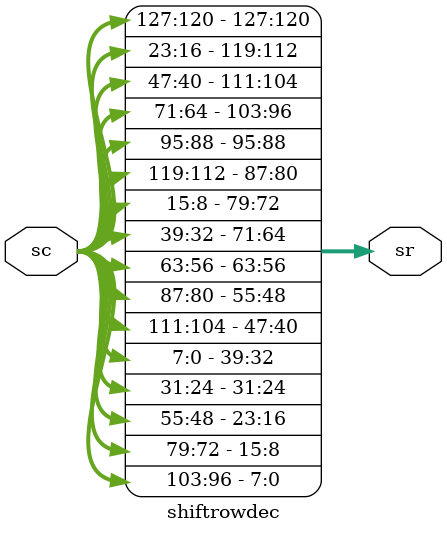
<source format=v>
module shiftrowdec(sc,sr);

input [127:0] sc;
output [127:0] sr;

assign         sr[127:120] = sc[127:120];  
assign         sr[87:80] = sc[119:112];
assign         sr[47:40] = sc[111:104];
assign         sr[7:0] = sc[103:96];
   
assign          sr[95:88] = sc[95:88];
assign          sr[55:48] = sc[87:80];
assign          sr[15:8] = sc[79:72];
assign          sr[103:96] = sc[71:64];
   
assign          sr[63:56] = sc[63:56];
assign          sr[23:16] = sc[55:48];
assign          sr[111:104] = sc[47:40];
assign          sr[71:64] = sc[39:32];
   
assign          sr[31:24] = sc[31:24];
assign          sr[119:112] = sc[23:16];
assign          sr[79:72] = sc[15:8];
assign          sr[39:32] = sc[7:0]; 


endmodule
</source>
